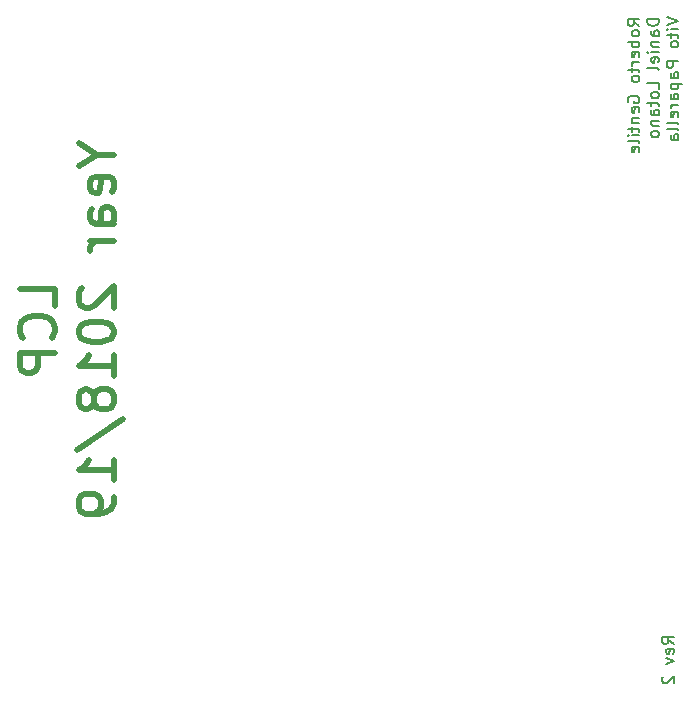
<source format=gbr>
G04 #@! TF.GenerationSoftware,KiCad,Pcbnew,(5.1.0)-1*
G04 #@! TF.CreationDate,2019-07-02T12:10:51+02:00*
G04 #@! TF.ProjectId,LCP,4c43502e-6b69-4636-9164-5f7063625858,rev?*
G04 #@! TF.SameCoordinates,PX60e4b00PY6350ce0*
G04 #@! TF.FileFunction,Legend,Bot*
G04 #@! TF.FilePolarity,Positive*
%FSLAX46Y46*%
G04 Gerber Fmt 4.6, Leading zero omitted, Abs format (unit mm)*
G04 Created by KiCad (PCBNEW (5.1.0)-1) date 2019-07-02 12:10:52*
%MOMM*%
%LPD*%
G04 APERTURE LIST*
%ADD10C,0.150000*%
%ADD11C,0.500000*%
G04 APERTURE END LIST*
D10*
X67762380Y5167143D02*
X67286190Y5500477D01*
X67762380Y5738572D02*
X66762380Y5738572D01*
X66762380Y5357620D01*
X66810000Y5262381D01*
X66857619Y5214762D01*
X66952857Y5167143D01*
X67095714Y5167143D01*
X67190952Y5214762D01*
X67238571Y5262381D01*
X67286190Y5357620D01*
X67286190Y5738572D01*
X67714761Y4357620D02*
X67762380Y4452858D01*
X67762380Y4643334D01*
X67714761Y4738572D01*
X67619523Y4786191D01*
X67238571Y4786191D01*
X67143333Y4738572D01*
X67095714Y4643334D01*
X67095714Y4452858D01*
X67143333Y4357620D01*
X67238571Y4310000D01*
X67333809Y4310000D01*
X67429047Y4786191D01*
X67095714Y3976667D02*
X67762380Y3738572D01*
X67095714Y3500477D01*
X66857619Y2405239D02*
X66810000Y2357620D01*
X66762380Y2262381D01*
X66762380Y2024286D01*
X66810000Y1929048D01*
X66857619Y1881429D01*
X66952857Y1833810D01*
X67048095Y1833810D01*
X67190952Y1881429D01*
X67762380Y2452858D01*
X67762380Y1833810D01*
X64842380Y57512977D02*
X64366190Y57846310D01*
X64842380Y58084405D02*
X63842380Y58084405D01*
X63842380Y57703453D01*
X63890000Y57608215D01*
X63937619Y57560596D01*
X64032857Y57512977D01*
X64175714Y57512977D01*
X64270952Y57560596D01*
X64318571Y57608215D01*
X64366190Y57703453D01*
X64366190Y58084405D01*
X64842380Y56941548D02*
X64794761Y57036786D01*
X64747142Y57084405D01*
X64651904Y57132024D01*
X64366190Y57132024D01*
X64270952Y57084405D01*
X64223333Y57036786D01*
X64175714Y56941548D01*
X64175714Y56798691D01*
X64223333Y56703453D01*
X64270952Y56655834D01*
X64366190Y56608215D01*
X64651904Y56608215D01*
X64747142Y56655834D01*
X64794761Y56703453D01*
X64842380Y56798691D01*
X64842380Y56941548D01*
X64842380Y56179643D02*
X63842380Y56179643D01*
X64223333Y56179643D02*
X64175714Y56084405D01*
X64175714Y55893929D01*
X64223333Y55798691D01*
X64270952Y55751072D01*
X64366190Y55703453D01*
X64651904Y55703453D01*
X64747142Y55751072D01*
X64794761Y55798691D01*
X64842380Y55893929D01*
X64842380Y56084405D01*
X64794761Y56179643D01*
X64794761Y54893929D02*
X64842380Y54989167D01*
X64842380Y55179643D01*
X64794761Y55274881D01*
X64699523Y55322500D01*
X64318571Y55322500D01*
X64223333Y55274881D01*
X64175714Y55179643D01*
X64175714Y54989167D01*
X64223333Y54893929D01*
X64318571Y54846310D01*
X64413809Y54846310D01*
X64509047Y55322500D01*
X64842380Y54417739D02*
X64175714Y54417739D01*
X64366190Y54417739D02*
X64270952Y54370120D01*
X64223333Y54322500D01*
X64175714Y54227262D01*
X64175714Y54132024D01*
X64175714Y53941548D02*
X64175714Y53560596D01*
X63842380Y53798691D02*
X64699523Y53798691D01*
X64794761Y53751072D01*
X64842380Y53655834D01*
X64842380Y53560596D01*
X64842380Y53084405D02*
X64794761Y53179643D01*
X64747142Y53227262D01*
X64651904Y53274881D01*
X64366190Y53274881D01*
X64270952Y53227262D01*
X64223333Y53179643D01*
X64175714Y53084405D01*
X64175714Y52941548D01*
X64223333Y52846310D01*
X64270952Y52798691D01*
X64366190Y52751072D01*
X64651904Y52751072D01*
X64747142Y52798691D01*
X64794761Y52846310D01*
X64842380Y52941548D01*
X64842380Y53084405D01*
X63890000Y51036786D02*
X63842380Y51132024D01*
X63842380Y51274881D01*
X63890000Y51417739D01*
X63985238Y51512977D01*
X64080476Y51560596D01*
X64270952Y51608215D01*
X64413809Y51608215D01*
X64604285Y51560596D01*
X64699523Y51512977D01*
X64794761Y51417739D01*
X64842380Y51274881D01*
X64842380Y51179643D01*
X64794761Y51036786D01*
X64747142Y50989167D01*
X64413809Y50989167D01*
X64413809Y51179643D01*
X64794761Y50179643D02*
X64842380Y50274881D01*
X64842380Y50465358D01*
X64794761Y50560596D01*
X64699523Y50608215D01*
X64318571Y50608215D01*
X64223333Y50560596D01*
X64175714Y50465358D01*
X64175714Y50274881D01*
X64223333Y50179643D01*
X64318571Y50132024D01*
X64413809Y50132024D01*
X64509047Y50608215D01*
X64175714Y49703453D02*
X64842380Y49703453D01*
X64270952Y49703453D02*
X64223333Y49655834D01*
X64175714Y49560596D01*
X64175714Y49417739D01*
X64223333Y49322500D01*
X64318571Y49274881D01*
X64842380Y49274881D01*
X64175714Y48941548D02*
X64175714Y48560596D01*
X63842380Y48798691D02*
X64699523Y48798691D01*
X64794761Y48751072D01*
X64842380Y48655834D01*
X64842380Y48560596D01*
X64842380Y48227262D02*
X64175714Y48227262D01*
X63842380Y48227262D02*
X63890000Y48274881D01*
X63937619Y48227262D01*
X63890000Y48179643D01*
X63842380Y48227262D01*
X63937619Y48227262D01*
X64842380Y47608215D02*
X64794761Y47703453D01*
X64699523Y47751072D01*
X63842380Y47751072D01*
X64794761Y46846310D02*
X64842380Y46941548D01*
X64842380Y47132024D01*
X64794761Y47227262D01*
X64699523Y47274881D01*
X64318571Y47274881D01*
X64223333Y47227262D01*
X64175714Y47132024D01*
X64175714Y46941548D01*
X64223333Y46846310D01*
X64318571Y46798691D01*
X64413809Y46798691D01*
X64509047Y47274881D01*
X66492380Y58084405D02*
X65492380Y58084405D01*
X65492380Y57846310D01*
X65540000Y57703453D01*
X65635238Y57608215D01*
X65730476Y57560596D01*
X65920952Y57512977D01*
X66063809Y57512977D01*
X66254285Y57560596D01*
X66349523Y57608215D01*
X66444761Y57703453D01*
X66492380Y57846310D01*
X66492380Y58084405D01*
X66492380Y56655834D02*
X65968571Y56655834D01*
X65873333Y56703453D01*
X65825714Y56798691D01*
X65825714Y56989167D01*
X65873333Y57084405D01*
X66444761Y56655834D02*
X66492380Y56751072D01*
X66492380Y56989167D01*
X66444761Y57084405D01*
X66349523Y57132024D01*
X66254285Y57132024D01*
X66159047Y57084405D01*
X66111428Y56989167D01*
X66111428Y56751072D01*
X66063809Y56655834D01*
X65825714Y56179643D02*
X66492380Y56179643D01*
X65920952Y56179643D02*
X65873333Y56132024D01*
X65825714Y56036786D01*
X65825714Y55893929D01*
X65873333Y55798691D01*
X65968571Y55751072D01*
X66492380Y55751072D01*
X66492380Y55274881D02*
X65825714Y55274881D01*
X65492380Y55274881D02*
X65540000Y55322500D01*
X65587619Y55274881D01*
X65540000Y55227262D01*
X65492380Y55274881D01*
X65587619Y55274881D01*
X66444761Y54417739D02*
X66492380Y54512977D01*
X66492380Y54703453D01*
X66444761Y54798691D01*
X66349523Y54846310D01*
X65968571Y54846310D01*
X65873333Y54798691D01*
X65825714Y54703453D01*
X65825714Y54512977D01*
X65873333Y54417739D01*
X65968571Y54370120D01*
X66063809Y54370120D01*
X66159047Y54846310D01*
X66492380Y53798691D02*
X66444761Y53893929D01*
X66349523Y53941548D01*
X65492380Y53941548D01*
X66492380Y52179643D02*
X66492380Y52655834D01*
X65492380Y52655834D01*
X66492380Y51703453D02*
X66444761Y51798691D01*
X66397142Y51846310D01*
X66301904Y51893929D01*
X66016190Y51893929D01*
X65920952Y51846310D01*
X65873333Y51798691D01*
X65825714Y51703453D01*
X65825714Y51560596D01*
X65873333Y51465358D01*
X65920952Y51417739D01*
X66016190Y51370120D01*
X66301904Y51370120D01*
X66397142Y51417739D01*
X66444761Y51465358D01*
X66492380Y51560596D01*
X66492380Y51703453D01*
X65825714Y51084405D02*
X65825714Y50703453D01*
X65492380Y50941548D02*
X66349523Y50941548D01*
X66444761Y50893929D01*
X66492380Y50798691D01*
X66492380Y50703453D01*
X66492380Y49941548D02*
X65968571Y49941548D01*
X65873333Y49989167D01*
X65825714Y50084405D01*
X65825714Y50274881D01*
X65873333Y50370120D01*
X66444761Y49941548D02*
X66492380Y50036786D01*
X66492380Y50274881D01*
X66444761Y50370120D01*
X66349523Y50417739D01*
X66254285Y50417739D01*
X66159047Y50370120D01*
X66111428Y50274881D01*
X66111428Y50036786D01*
X66063809Y49941548D01*
X65825714Y49465358D02*
X66492380Y49465358D01*
X65920952Y49465358D02*
X65873333Y49417739D01*
X65825714Y49322500D01*
X65825714Y49179643D01*
X65873333Y49084405D01*
X65968571Y49036786D01*
X66492380Y49036786D01*
X66492380Y48417739D02*
X66444761Y48512977D01*
X66397142Y48560596D01*
X66301904Y48608215D01*
X66016190Y48608215D01*
X65920952Y48560596D01*
X65873333Y48512977D01*
X65825714Y48417739D01*
X65825714Y48274881D01*
X65873333Y48179643D01*
X65920952Y48132024D01*
X66016190Y48084405D01*
X66301904Y48084405D01*
X66397142Y48132024D01*
X66444761Y48179643D01*
X66492380Y48274881D01*
X66492380Y48417739D01*
X67142380Y58227262D02*
X68142380Y57893929D01*
X67142380Y57560596D01*
X68142380Y57227262D02*
X67475714Y57227262D01*
X67142380Y57227262D02*
X67190000Y57274881D01*
X67237619Y57227262D01*
X67190000Y57179643D01*
X67142380Y57227262D01*
X67237619Y57227262D01*
X67475714Y56893929D02*
X67475714Y56512977D01*
X67142380Y56751072D02*
X67999523Y56751072D01*
X68094761Y56703453D01*
X68142380Y56608215D01*
X68142380Y56512977D01*
X68142380Y56036786D02*
X68094761Y56132024D01*
X68047142Y56179643D01*
X67951904Y56227262D01*
X67666190Y56227262D01*
X67570952Y56179643D01*
X67523333Y56132024D01*
X67475714Y56036786D01*
X67475714Y55893929D01*
X67523333Y55798691D01*
X67570952Y55751072D01*
X67666190Y55703453D01*
X67951904Y55703453D01*
X68047142Y55751072D01*
X68094761Y55798691D01*
X68142380Y55893929D01*
X68142380Y56036786D01*
X68142380Y54512977D02*
X67142380Y54512977D01*
X67142380Y54132024D01*
X67190000Y54036786D01*
X67237619Y53989167D01*
X67332857Y53941548D01*
X67475714Y53941548D01*
X67570952Y53989167D01*
X67618571Y54036786D01*
X67666190Y54132024D01*
X67666190Y54512977D01*
X68142380Y53084405D02*
X67618571Y53084405D01*
X67523333Y53132024D01*
X67475714Y53227262D01*
X67475714Y53417739D01*
X67523333Y53512977D01*
X68094761Y53084405D02*
X68142380Y53179643D01*
X68142380Y53417739D01*
X68094761Y53512977D01*
X67999523Y53560596D01*
X67904285Y53560596D01*
X67809047Y53512977D01*
X67761428Y53417739D01*
X67761428Y53179643D01*
X67713809Y53084405D01*
X67475714Y52608215D02*
X68475714Y52608215D01*
X67523333Y52608215D02*
X67475714Y52512977D01*
X67475714Y52322500D01*
X67523333Y52227262D01*
X67570952Y52179643D01*
X67666190Y52132024D01*
X67951904Y52132024D01*
X68047142Y52179643D01*
X68094761Y52227262D01*
X68142380Y52322500D01*
X68142380Y52512977D01*
X68094761Y52608215D01*
X68142380Y51274881D02*
X67618571Y51274881D01*
X67523333Y51322500D01*
X67475714Y51417739D01*
X67475714Y51608215D01*
X67523333Y51703453D01*
X68094761Y51274881D02*
X68142380Y51370120D01*
X68142380Y51608215D01*
X68094761Y51703453D01*
X67999523Y51751072D01*
X67904285Y51751072D01*
X67809047Y51703453D01*
X67761428Y51608215D01*
X67761428Y51370120D01*
X67713809Y51274881D01*
X68142380Y50798691D02*
X67475714Y50798691D01*
X67666190Y50798691D02*
X67570952Y50751072D01*
X67523333Y50703453D01*
X67475714Y50608215D01*
X67475714Y50512977D01*
X68094761Y49798691D02*
X68142380Y49893929D01*
X68142380Y50084405D01*
X68094761Y50179643D01*
X67999523Y50227262D01*
X67618571Y50227262D01*
X67523333Y50179643D01*
X67475714Y50084405D01*
X67475714Y49893929D01*
X67523333Y49798691D01*
X67618571Y49751072D01*
X67713809Y49751072D01*
X67809047Y50227262D01*
X68142380Y49179643D02*
X68094761Y49274881D01*
X67999523Y49322500D01*
X67142380Y49322500D01*
X68142380Y48655834D02*
X68094761Y48751072D01*
X67999523Y48798691D01*
X67142380Y48798691D01*
X68142380Y47846310D02*
X67618571Y47846310D01*
X67523333Y47893929D01*
X67475714Y47989167D01*
X67475714Y48179643D01*
X67523333Y48274881D01*
X68094761Y47846310D02*
X68142380Y47941548D01*
X68142380Y48179643D01*
X68094761Y48274881D01*
X67999523Y48322500D01*
X67904285Y48322500D01*
X67809047Y48274881D01*
X67761428Y48179643D01*
X67761428Y47941548D01*
X67713809Y47846310D01*
D11*
X15367142Y33821429D02*
X15367142Y35250000D01*
X12367142Y35250000D01*
X15081428Y31107143D02*
X15224285Y31250000D01*
X15367142Y31678572D01*
X15367142Y31964286D01*
X15224285Y32392858D01*
X14938571Y32678572D01*
X14652857Y32821429D01*
X14081428Y32964286D01*
X13652857Y32964286D01*
X13081428Y32821429D01*
X12795714Y32678572D01*
X12510000Y32392858D01*
X12367142Y31964286D01*
X12367142Y31678572D01*
X12510000Y31250000D01*
X12652857Y31107143D01*
X15367142Y29821429D02*
X12367142Y29821429D01*
X12367142Y28678572D01*
X12510000Y28392858D01*
X12652857Y28250000D01*
X12938571Y28107143D01*
X13367142Y28107143D01*
X13652857Y28250000D01*
X13795714Y28392858D01*
X13938571Y28678572D01*
X13938571Y29821429D01*
X18938571Y46607143D02*
X20367142Y46607143D01*
X17367142Y47607143D02*
X18938571Y46607143D01*
X17367142Y45607143D01*
X20224285Y43464286D02*
X20367142Y43750000D01*
X20367142Y44321429D01*
X20224285Y44607143D01*
X19938571Y44750000D01*
X18795714Y44750000D01*
X18510000Y44607143D01*
X18367142Y44321429D01*
X18367142Y43750000D01*
X18510000Y43464286D01*
X18795714Y43321429D01*
X19081428Y43321429D01*
X19367142Y44750000D01*
X20367142Y40750000D02*
X18795714Y40750000D01*
X18510000Y40892858D01*
X18367142Y41178572D01*
X18367142Y41750000D01*
X18510000Y42035715D01*
X20224285Y40750000D02*
X20367142Y41035715D01*
X20367142Y41750000D01*
X20224285Y42035715D01*
X19938571Y42178572D01*
X19652857Y42178572D01*
X19367142Y42035715D01*
X19224285Y41750000D01*
X19224285Y41035715D01*
X19081428Y40750000D01*
X20367142Y39321429D02*
X18367142Y39321429D01*
X18938571Y39321429D02*
X18652857Y39178572D01*
X18510000Y39035715D01*
X18367142Y38750000D01*
X18367142Y38464286D01*
X17652857Y35321429D02*
X17510000Y35178572D01*
X17367142Y34892858D01*
X17367142Y34178572D01*
X17510000Y33892858D01*
X17652857Y33750000D01*
X17938571Y33607143D01*
X18224285Y33607143D01*
X18652857Y33750000D01*
X20367142Y35464286D01*
X20367142Y33607143D01*
X17367142Y31750000D02*
X17367142Y31464286D01*
X17510000Y31178572D01*
X17652857Y31035715D01*
X17938571Y30892858D01*
X18510000Y30750000D01*
X19224285Y30750000D01*
X19795714Y30892858D01*
X20081428Y31035715D01*
X20224285Y31178572D01*
X20367142Y31464286D01*
X20367142Y31750000D01*
X20224285Y32035715D01*
X20081428Y32178572D01*
X19795714Y32321429D01*
X19224285Y32464286D01*
X18510000Y32464286D01*
X17938571Y32321429D01*
X17652857Y32178572D01*
X17510000Y32035715D01*
X17367142Y31750000D01*
X20367142Y27892858D02*
X20367142Y29607143D01*
X20367142Y28750000D02*
X17367142Y28750000D01*
X17795714Y29035715D01*
X18081428Y29321429D01*
X18224285Y29607143D01*
X18652857Y26178572D02*
X18510000Y26464286D01*
X18367142Y26607143D01*
X18081428Y26750000D01*
X17938571Y26750000D01*
X17652857Y26607143D01*
X17510000Y26464286D01*
X17367142Y26178572D01*
X17367142Y25607143D01*
X17510000Y25321429D01*
X17652857Y25178572D01*
X17938571Y25035715D01*
X18081428Y25035715D01*
X18367142Y25178572D01*
X18510000Y25321429D01*
X18652857Y25607143D01*
X18652857Y26178572D01*
X18795714Y26464286D01*
X18938571Y26607143D01*
X19224285Y26750000D01*
X19795714Y26750000D01*
X20081428Y26607143D01*
X20224285Y26464286D01*
X20367142Y26178572D01*
X20367142Y25607143D01*
X20224285Y25321429D01*
X20081428Y25178572D01*
X19795714Y25035715D01*
X19224285Y25035715D01*
X18938571Y25178572D01*
X18795714Y25321429D01*
X18652857Y25607143D01*
X17224285Y21607143D02*
X21081428Y24178572D01*
X20367142Y19035715D02*
X20367142Y20750000D01*
X20367142Y19892858D02*
X17367142Y19892858D01*
X17795714Y20178572D01*
X18081428Y20464286D01*
X18224285Y20750000D01*
X20367142Y17607143D02*
X20367142Y17035715D01*
X20224285Y16750000D01*
X20081428Y16607143D01*
X19652857Y16321429D01*
X19081428Y16178572D01*
X17938571Y16178572D01*
X17652857Y16321429D01*
X17510000Y16464286D01*
X17367142Y16750000D01*
X17367142Y17321429D01*
X17510000Y17607143D01*
X17652857Y17750000D01*
X17938571Y17892858D01*
X18652857Y17892858D01*
X18938571Y17750000D01*
X19081428Y17607143D01*
X19224285Y17321429D01*
X19224285Y16750000D01*
X19081428Y16464286D01*
X18938571Y16321429D01*
X18652857Y16178572D01*
M02*

</source>
